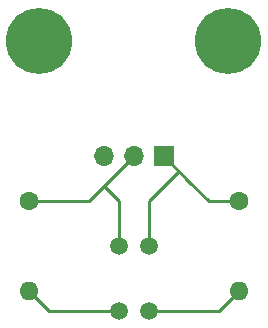
<source format=gbr>
%TF.GenerationSoftware,KiCad,Pcbnew,(7.0.0)*%
%TF.CreationDate,2023-09-26T09:32:08+13:00*%
%TF.ProjectId,SENSOR BOARD,53454e53-4f52-4204-924f-4152442e6b69,rev?*%
%TF.SameCoordinates,Original*%
%TF.FileFunction,Copper,L1,Top*%
%TF.FilePolarity,Positive*%
%FSLAX46Y46*%
G04 Gerber Fmt 4.6, Leading zero omitted, Abs format (unit mm)*
G04 Created by KiCad (PCBNEW (7.0.0)) date 2023-09-26 09:32:08*
%MOMM*%
%LPD*%
G01*
G04 APERTURE LIST*
%TA.AperFunction,ComponentPad*%
%ADD10C,5.600000*%
%TD*%
%TA.AperFunction,ComponentPad*%
%ADD11R,1.700000X1.700000*%
%TD*%
%TA.AperFunction,ComponentPad*%
%ADD12O,1.700000X1.700000*%
%TD*%
%TA.AperFunction,ComponentPad*%
%ADD13C,1.600000*%
%TD*%
%TA.AperFunction,ComponentPad*%
%ADD14O,1.600000X1.600000*%
%TD*%
%TA.AperFunction,ComponentPad*%
%ADD15C,1.500000*%
%TD*%
%TA.AperFunction,Conductor*%
%ADD16C,0.250000*%
%TD*%
G04 APERTURE END LIST*
D10*
%TO.P,REF\u002A\u002A,1*%
%TO.N,N/C*%
X159000000Y-73660000D03*
%TD*%
D11*
%TO.P,J1,1,Pin_1*%
%TO.N,Net-(J1-Pin_1)*%
X153524999Y-83444999D03*
D12*
%TO.P,J1,2,Pin_2*%
%TO.N,Net-(J1-Pin_2)*%
X150984999Y-83444999D03*
%TO.P,J1,3,Pin_3*%
%TO.N,GND*%
X148444999Y-83444999D03*
%TD*%
D13*
%TO.P,R2,1*%
%TO.N,Net-(J1-Pin_1)*%
X159890000Y-87255000D03*
D14*
%TO.P,R2,2*%
%TO.N,GND*%
X159889999Y-94874999D03*
%TD*%
D13*
%TO.P,R1,1*%
%TO.N,Net-(J1-Pin_2)*%
X142110000Y-87255000D03*
D14*
%TO.P,R1,2*%
%TO.N,Net-(R1-Pad2)*%
X142109999Y-94874999D03*
%TD*%
D10*
%TO.P,REF\u002A\u002A,1*%
%TO.N,N/C*%
X143000000Y-73660000D03*
%TD*%
D15*
%TO.P,U1,A*%
%TO.N,Net-(R1-Pad2)*%
X149730000Y-96565000D03*
%TO.P,U1,CATH*%
%TO.N,GND*%
X152270000Y-96565000D03*
%TO.P,U1,COLL*%
%TO.N,Net-(J1-Pin_2)*%
X149730000Y-91065000D03*
%TO.P,U1,E*%
%TO.N,Net-(J1-Pin_1)*%
X152270000Y-91065000D03*
%TD*%
D16*
%TO.N,Net-(J1-Pin_1)*%
X152270000Y-87252000D02*
X154801000Y-84721000D01*
X152270000Y-91065000D02*
X152270000Y-87252000D01*
X157335000Y-87255000D02*
X155690000Y-85610000D01*
X159890000Y-87255000D02*
X157335000Y-87255000D01*
X155690000Y-85610000D02*
X153525000Y-83445000D01*
%TO.N,Net-(J1-Pin_2)*%
X148460000Y-85985000D02*
X149730000Y-87255000D01*
X142110000Y-87255000D02*
X147175000Y-87255000D01*
X149730000Y-87255000D02*
X149730000Y-91065000D01*
X147175000Y-87255000D02*
X149730000Y-84700000D01*
X150985000Y-83445000D02*
X149730000Y-84700000D01*
%TO.N,GND*%
X159890000Y-94875000D02*
X158200000Y-96565000D01*
X158200000Y-96565000D02*
X152270000Y-96565000D01*
%TO.N,Net-(R1-Pad2)*%
X143800000Y-96565000D02*
X149730000Y-96565000D01*
X142110000Y-94875000D02*
X143800000Y-96565000D01*
%TD*%
M02*

</source>
